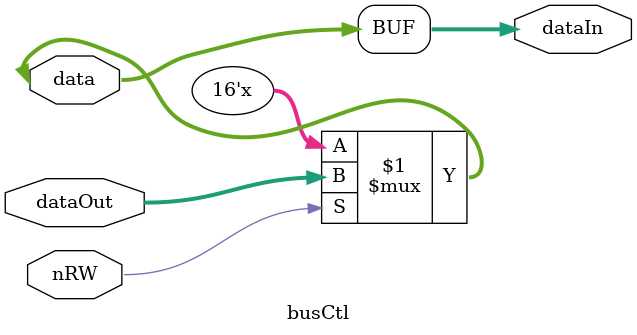
<source format=v>
/*
 * busCtl: I/O bus control
 *
 * Copyright (c) 2001. Integrated Computer Systems Lab., KAIST
 * All rights reserved.
 *
 * Author: Bae Young-Don(donny@ics.kaist.ac.kr)
 * Source: busCtl.v
 * Date: 2001/8/23
 */

module	busCtl(
	nRW,
	dataOut,
	dataIn,
	data
	);
input		nRW;
input	[15:0]	dataOut;

output	[15:0]	dataIn;

inout	[15:0]	data;

assign	dataIn = data;
assign	data = (nRW) ? dataOut : 16'hzz;

endmodule

</source>
